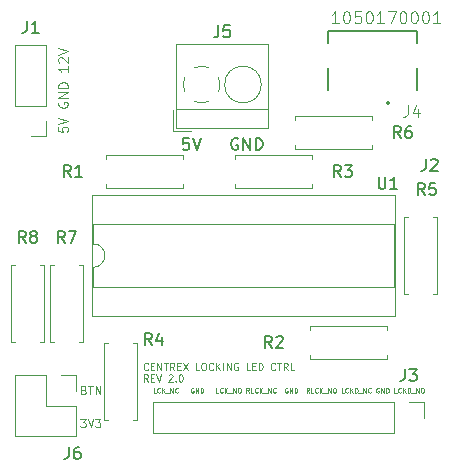
<source format=gbr>
G04 #@! TF.GenerationSoftware,KiCad,Pcbnew,(5.1.4)-1*
G04 #@! TF.CreationDate,2019-12-12T14:50:36-05:00*
G04 #@! TF.ProjectId,led_lock_ctrl,6c65645f-6c6f-4636-9b5f-6374726c2e6b,rev?*
G04 #@! TF.SameCoordinates,Original*
G04 #@! TF.FileFunction,Legend,Top*
G04 #@! TF.FilePolarity,Positive*
%FSLAX46Y46*%
G04 Gerber Fmt 4.6, Leading zero omitted, Abs format (unit mm)*
G04 Created by KiCad (PCBNEW (5.1.4)-1) date 2019-12-12 14:50:36*
%MOMM*%
%LPD*%
G04 APERTURE LIST*
%ADD10C,0.100000*%
%ADD11C,0.150000*%
%ADD12C,0.080000*%
%ADD13C,0.060000*%
%ADD14C,0.120000*%
%ADD15C,0.127000*%
%ADD16C,0.200000*%
%ADD17C,0.050000*%
G04 APERTURE END LIST*
D10*
X169088666Y-116536000D02*
X169188666Y-116569333D01*
X169222000Y-116602666D01*
X169255333Y-116669333D01*
X169255333Y-116769333D01*
X169222000Y-116836000D01*
X169188666Y-116869333D01*
X169122000Y-116902666D01*
X168855333Y-116902666D01*
X168855333Y-116202666D01*
X169088666Y-116202666D01*
X169155333Y-116236000D01*
X169188666Y-116269333D01*
X169222000Y-116336000D01*
X169222000Y-116402666D01*
X169188666Y-116469333D01*
X169155333Y-116502666D01*
X169088666Y-116536000D01*
X168855333Y-116536000D01*
X169455333Y-116202666D02*
X169855333Y-116202666D01*
X169655333Y-116902666D02*
X169655333Y-116202666D01*
X170088666Y-116902666D02*
X170088666Y-116202666D01*
X170488666Y-116902666D01*
X170488666Y-116202666D01*
X168805333Y-118996666D02*
X169238666Y-118996666D01*
X169005333Y-119263333D01*
X169105333Y-119263333D01*
X169172000Y-119296666D01*
X169205333Y-119330000D01*
X169238666Y-119396666D01*
X169238666Y-119563333D01*
X169205333Y-119630000D01*
X169172000Y-119663333D01*
X169105333Y-119696666D01*
X168905333Y-119696666D01*
X168838666Y-119663333D01*
X168805333Y-119630000D01*
X169438666Y-118996666D02*
X169672000Y-119696666D01*
X169905333Y-118996666D01*
X170072000Y-118996666D02*
X170505333Y-118996666D01*
X170272000Y-119263333D01*
X170372000Y-119263333D01*
X170438666Y-119296666D01*
X170472000Y-119330000D01*
X170505333Y-119396666D01*
X170505333Y-119563333D01*
X170472000Y-119630000D01*
X170438666Y-119663333D01*
X170372000Y-119696666D01*
X170172000Y-119696666D01*
X170105333Y-119663333D01*
X170072000Y-119630000D01*
D11*
X177990857Y-95210380D02*
X177514666Y-95210380D01*
X177467047Y-95686571D01*
X177514666Y-95638952D01*
X177609904Y-95591333D01*
X177848000Y-95591333D01*
X177943238Y-95638952D01*
X177990857Y-95686571D01*
X178038476Y-95781809D01*
X178038476Y-96019904D01*
X177990857Y-96115142D01*
X177943238Y-96162761D01*
X177848000Y-96210380D01*
X177609904Y-96210380D01*
X177514666Y-96162761D01*
X177467047Y-96115142D01*
X178324190Y-95210380D02*
X178657523Y-96210380D01*
X178990857Y-95210380D01*
X182133714Y-95258000D02*
X182038476Y-95210380D01*
X181895619Y-95210380D01*
X181752761Y-95258000D01*
X181657523Y-95353238D01*
X181609904Y-95448476D01*
X181562285Y-95638952D01*
X181562285Y-95781809D01*
X181609904Y-95972285D01*
X181657523Y-96067523D01*
X181752761Y-96162761D01*
X181895619Y-96210380D01*
X181990857Y-96210380D01*
X182133714Y-96162761D01*
X182181333Y-96115142D01*
X182181333Y-95781809D01*
X181990857Y-95781809D01*
X182609904Y-96210380D02*
X182609904Y-95210380D01*
X183181333Y-96210380D01*
X183181333Y-95210380D01*
X183657523Y-96210380D02*
X183657523Y-95210380D01*
X183895619Y-95210380D01*
X184038476Y-95258000D01*
X184133714Y-95353238D01*
X184181333Y-95448476D01*
X184228952Y-95638952D01*
X184228952Y-95781809D01*
X184181333Y-95972285D01*
X184133714Y-96067523D01*
X184038476Y-96162761D01*
X183895619Y-96210380D01*
X183657523Y-96210380D01*
D12*
X174527714Y-114786285D02*
X174499142Y-114814857D01*
X174413428Y-114843428D01*
X174356285Y-114843428D01*
X174270571Y-114814857D01*
X174213428Y-114757714D01*
X174184857Y-114700571D01*
X174156285Y-114586285D01*
X174156285Y-114500571D01*
X174184857Y-114386285D01*
X174213428Y-114329142D01*
X174270571Y-114272000D01*
X174356285Y-114243428D01*
X174413428Y-114243428D01*
X174499142Y-114272000D01*
X174527714Y-114300571D01*
X174784857Y-114529142D02*
X174984857Y-114529142D01*
X175070571Y-114843428D02*
X174784857Y-114843428D01*
X174784857Y-114243428D01*
X175070571Y-114243428D01*
X175327714Y-114843428D02*
X175327714Y-114243428D01*
X175670571Y-114843428D01*
X175670571Y-114243428D01*
X175870571Y-114243428D02*
X176213428Y-114243428D01*
X176042000Y-114843428D02*
X176042000Y-114243428D01*
X176756285Y-114843428D02*
X176556285Y-114557714D01*
X176413428Y-114843428D02*
X176413428Y-114243428D01*
X176642000Y-114243428D01*
X176699142Y-114272000D01*
X176727714Y-114300571D01*
X176756285Y-114357714D01*
X176756285Y-114443428D01*
X176727714Y-114500571D01*
X176699142Y-114529142D01*
X176642000Y-114557714D01*
X176413428Y-114557714D01*
X177013428Y-114529142D02*
X177213428Y-114529142D01*
X177299142Y-114843428D02*
X177013428Y-114843428D01*
X177013428Y-114243428D01*
X177299142Y-114243428D01*
X177499142Y-114243428D02*
X177899142Y-114843428D01*
X177899142Y-114243428D02*
X177499142Y-114843428D01*
X178870571Y-114843428D02*
X178584857Y-114843428D01*
X178584857Y-114243428D01*
X179184857Y-114243428D02*
X179299142Y-114243428D01*
X179356285Y-114272000D01*
X179413428Y-114329142D01*
X179442000Y-114443428D01*
X179442000Y-114643428D01*
X179413428Y-114757714D01*
X179356285Y-114814857D01*
X179299142Y-114843428D01*
X179184857Y-114843428D01*
X179127714Y-114814857D01*
X179070571Y-114757714D01*
X179042000Y-114643428D01*
X179042000Y-114443428D01*
X179070571Y-114329142D01*
X179127714Y-114272000D01*
X179184857Y-114243428D01*
X180042000Y-114786285D02*
X180013428Y-114814857D01*
X179927714Y-114843428D01*
X179870571Y-114843428D01*
X179784857Y-114814857D01*
X179727714Y-114757714D01*
X179699142Y-114700571D01*
X179670571Y-114586285D01*
X179670571Y-114500571D01*
X179699142Y-114386285D01*
X179727714Y-114329142D01*
X179784857Y-114272000D01*
X179870571Y-114243428D01*
X179927714Y-114243428D01*
X180013428Y-114272000D01*
X180042000Y-114300571D01*
X180299142Y-114843428D02*
X180299142Y-114243428D01*
X180642000Y-114843428D02*
X180384857Y-114500571D01*
X180642000Y-114243428D02*
X180299142Y-114586285D01*
X180899142Y-114843428D02*
X180899142Y-114243428D01*
X181184857Y-114843428D02*
X181184857Y-114243428D01*
X181527714Y-114843428D01*
X181527714Y-114243428D01*
X182127714Y-114272000D02*
X182070571Y-114243428D01*
X181984857Y-114243428D01*
X181899142Y-114272000D01*
X181842000Y-114329142D01*
X181813428Y-114386285D01*
X181784857Y-114500571D01*
X181784857Y-114586285D01*
X181813428Y-114700571D01*
X181842000Y-114757714D01*
X181899142Y-114814857D01*
X181984857Y-114843428D01*
X182042000Y-114843428D01*
X182127714Y-114814857D01*
X182156285Y-114786285D01*
X182156285Y-114586285D01*
X182042000Y-114586285D01*
X183156285Y-114843428D02*
X182870571Y-114843428D01*
X182870571Y-114243428D01*
X183356285Y-114529142D02*
X183556285Y-114529142D01*
X183642000Y-114843428D02*
X183356285Y-114843428D01*
X183356285Y-114243428D01*
X183642000Y-114243428D01*
X183899142Y-114843428D02*
X183899142Y-114243428D01*
X184042000Y-114243428D01*
X184127714Y-114272000D01*
X184184857Y-114329142D01*
X184213428Y-114386285D01*
X184242000Y-114500571D01*
X184242000Y-114586285D01*
X184213428Y-114700571D01*
X184184857Y-114757714D01*
X184127714Y-114814857D01*
X184042000Y-114843428D01*
X183899142Y-114843428D01*
X185299142Y-114786285D02*
X185270571Y-114814857D01*
X185184857Y-114843428D01*
X185127714Y-114843428D01*
X185042000Y-114814857D01*
X184984857Y-114757714D01*
X184956285Y-114700571D01*
X184927714Y-114586285D01*
X184927714Y-114500571D01*
X184956285Y-114386285D01*
X184984857Y-114329142D01*
X185042000Y-114272000D01*
X185127714Y-114243428D01*
X185184857Y-114243428D01*
X185270571Y-114272000D01*
X185299142Y-114300571D01*
X185470571Y-114243428D02*
X185813428Y-114243428D01*
X185642000Y-114843428D02*
X185642000Y-114243428D01*
X186356285Y-114843428D02*
X186156285Y-114557714D01*
X186013428Y-114843428D02*
X186013428Y-114243428D01*
X186242000Y-114243428D01*
X186299142Y-114272000D01*
X186327714Y-114300571D01*
X186356285Y-114357714D01*
X186356285Y-114443428D01*
X186327714Y-114500571D01*
X186299142Y-114529142D01*
X186242000Y-114557714D01*
X186013428Y-114557714D01*
X186899142Y-114843428D02*
X186613428Y-114843428D01*
X186613428Y-114243428D01*
X174527714Y-115823428D02*
X174327714Y-115537714D01*
X174184857Y-115823428D02*
X174184857Y-115223428D01*
X174413428Y-115223428D01*
X174470571Y-115252000D01*
X174499142Y-115280571D01*
X174527714Y-115337714D01*
X174527714Y-115423428D01*
X174499142Y-115480571D01*
X174470571Y-115509142D01*
X174413428Y-115537714D01*
X174184857Y-115537714D01*
X174784857Y-115509142D02*
X174984857Y-115509142D01*
X175070571Y-115823428D02*
X174784857Y-115823428D01*
X174784857Y-115223428D01*
X175070571Y-115223428D01*
X175242000Y-115223428D02*
X175442000Y-115823428D01*
X175642000Y-115223428D01*
X176270571Y-115280571D02*
X176299142Y-115252000D01*
X176356285Y-115223428D01*
X176499142Y-115223428D01*
X176556285Y-115252000D01*
X176584857Y-115280571D01*
X176613428Y-115337714D01*
X176613428Y-115394857D01*
X176584857Y-115480571D01*
X176242000Y-115823428D01*
X176613428Y-115823428D01*
X176870571Y-115766285D02*
X176899142Y-115794857D01*
X176870571Y-115823428D01*
X176842000Y-115794857D01*
X176870571Y-115766285D01*
X176870571Y-115823428D01*
X177270571Y-115223428D02*
X177327714Y-115223428D01*
X177384857Y-115252000D01*
X177413428Y-115280571D01*
X177442000Y-115337714D01*
X177470571Y-115452000D01*
X177470571Y-115594857D01*
X177442000Y-115709142D01*
X177413428Y-115766285D01*
X177384857Y-115794857D01*
X177327714Y-115823428D01*
X177270571Y-115823428D01*
X177213428Y-115794857D01*
X177184857Y-115766285D01*
X177156285Y-115709142D01*
X177127714Y-115594857D01*
X177127714Y-115452000D01*
X177156285Y-115337714D01*
X177184857Y-115280571D01*
X177213428Y-115252000D01*
X177270571Y-115223428D01*
D13*
X175188380Y-116766952D02*
X174997904Y-116766952D01*
X174997904Y-116366952D01*
X175550285Y-116728857D02*
X175531238Y-116747904D01*
X175474095Y-116766952D01*
X175436000Y-116766952D01*
X175378857Y-116747904D01*
X175340761Y-116709809D01*
X175321714Y-116671714D01*
X175302666Y-116595523D01*
X175302666Y-116538380D01*
X175321714Y-116462190D01*
X175340761Y-116424095D01*
X175378857Y-116386000D01*
X175436000Y-116366952D01*
X175474095Y-116366952D01*
X175531238Y-116386000D01*
X175550285Y-116405047D01*
X175721714Y-116766952D02*
X175721714Y-116366952D01*
X175950285Y-116766952D02*
X175778857Y-116538380D01*
X175950285Y-116366952D02*
X175721714Y-116595523D01*
X176026476Y-116805047D02*
X176331238Y-116805047D01*
X176426476Y-116766952D02*
X176426476Y-116366952D01*
X176655047Y-116766952D01*
X176655047Y-116366952D01*
X177074095Y-116728857D02*
X177055047Y-116747904D01*
X176997904Y-116766952D01*
X176959809Y-116766952D01*
X176902666Y-116747904D01*
X176864571Y-116709809D01*
X176845523Y-116671714D01*
X176826476Y-116595523D01*
X176826476Y-116538380D01*
X176845523Y-116462190D01*
X176864571Y-116424095D01*
X176902666Y-116386000D01*
X176959809Y-116366952D01*
X176997904Y-116366952D01*
X177055047Y-116386000D01*
X177074095Y-116405047D01*
X178369333Y-116386000D02*
X178331238Y-116366952D01*
X178274095Y-116366952D01*
X178216952Y-116386000D01*
X178178857Y-116424095D01*
X178159809Y-116462190D01*
X178140761Y-116538380D01*
X178140761Y-116595523D01*
X178159809Y-116671714D01*
X178178857Y-116709809D01*
X178216952Y-116747904D01*
X178274095Y-116766952D01*
X178312190Y-116766952D01*
X178369333Y-116747904D01*
X178388380Y-116728857D01*
X178388380Y-116595523D01*
X178312190Y-116595523D01*
X178559809Y-116766952D02*
X178559809Y-116366952D01*
X178788380Y-116766952D01*
X178788380Y-116366952D01*
X178978857Y-116766952D02*
X178978857Y-116366952D01*
X179074095Y-116366952D01*
X179131238Y-116386000D01*
X179169333Y-116424095D01*
X179188380Y-116462190D01*
X179207428Y-116538380D01*
X179207428Y-116595523D01*
X179188380Y-116671714D01*
X179169333Y-116709809D01*
X179131238Y-116747904D01*
X179074095Y-116766952D01*
X178978857Y-116766952D01*
X180483619Y-116766952D02*
X180293142Y-116766952D01*
X180293142Y-116366952D01*
X180845523Y-116728857D02*
X180826476Y-116747904D01*
X180769333Y-116766952D01*
X180731238Y-116766952D01*
X180674095Y-116747904D01*
X180636000Y-116709809D01*
X180616952Y-116671714D01*
X180597904Y-116595523D01*
X180597904Y-116538380D01*
X180616952Y-116462190D01*
X180636000Y-116424095D01*
X180674095Y-116386000D01*
X180731238Y-116366952D01*
X180769333Y-116366952D01*
X180826476Y-116386000D01*
X180845523Y-116405047D01*
X181016952Y-116766952D02*
X181016952Y-116366952D01*
X181245523Y-116766952D02*
X181074095Y-116538380D01*
X181245523Y-116366952D02*
X181016952Y-116595523D01*
X181321714Y-116805047D02*
X181626476Y-116805047D01*
X181721714Y-116766952D02*
X181721714Y-116366952D01*
X181950285Y-116766952D01*
X181950285Y-116366952D01*
X182216952Y-116366952D02*
X182293142Y-116366952D01*
X182331238Y-116386000D01*
X182369333Y-116424095D01*
X182388380Y-116500285D01*
X182388380Y-116633619D01*
X182369333Y-116709809D01*
X182331238Y-116747904D01*
X182293142Y-116766952D01*
X182216952Y-116766952D01*
X182178857Y-116747904D01*
X182140761Y-116709809D01*
X182121714Y-116633619D01*
X182121714Y-116500285D01*
X182140761Y-116424095D01*
X182178857Y-116386000D01*
X182216952Y-116366952D01*
X183093142Y-116766952D02*
X182959809Y-116576476D01*
X182864571Y-116766952D02*
X182864571Y-116366952D01*
X183016952Y-116366952D01*
X183055047Y-116386000D01*
X183074095Y-116405047D01*
X183093142Y-116443142D01*
X183093142Y-116500285D01*
X183074095Y-116538380D01*
X183055047Y-116557428D01*
X183016952Y-116576476D01*
X182864571Y-116576476D01*
X183455047Y-116766952D02*
X183264571Y-116766952D01*
X183264571Y-116366952D01*
X183816952Y-116728857D02*
X183797904Y-116747904D01*
X183740761Y-116766952D01*
X183702666Y-116766952D01*
X183645523Y-116747904D01*
X183607428Y-116709809D01*
X183588380Y-116671714D01*
X183569333Y-116595523D01*
X183569333Y-116538380D01*
X183588380Y-116462190D01*
X183607428Y-116424095D01*
X183645523Y-116386000D01*
X183702666Y-116366952D01*
X183740761Y-116366952D01*
X183797904Y-116386000D01*
X183816952Y-116405047D01*
X183988380Y-116766952D02*
X183988380Y-116366952D01*
X184216952Y-116766952D02*
X184045523Y-116538380D01*
X184216952Y-116366952D02*
X183988380Y-116595523D01*
X184293142Y-116805047D02*
X184597904Y-116805047D01*
X184693142Y-116766952D02*
X184693142Y-116366952D01*
X184921714Y-116766952D01*
X184921714Y-116366952D01*
X185340761Y-116728857D02*
X185321714Y-116747904D01*
X185264571Y-116766952D01*
X185226476Y-116766952D01*
X185169333Y-116747904D01*
X185131238Y-116709809D01*
X185112190Y-116671714D01*
X185093142Y-116595523D01*
X185093142Y-116538380D01*
X185112190Y-116462190D01*
X185131238Y-116424095D01*
X185169333Y-116386000D01*
X185226476Y-116366952D01*
X185264571Y-116366952D01*
X185321714Y-116386000D01*
X185340761Y-116405047D01*
X186331238Y-116386000D02*
X186293142Y-116366952D01*
X186236000Y-116366952D01*
X186178857Y-116386000D01*
X186140761Y-116424095D01*
X186121714Y-116462190D01*
X186102666Y-116538380D01*
X186102666Y-116595523D01*
X186121714Y-116671714D01*
X186140761Y-116709809D01*
X186178857Y-116747904D01*
X186236000Y-116766952D01*
X186274095Y-116766952D01*
X186331238Y-116747904D01*
X186350285Y-116728857D01*
X186350285Y-116595523D01*
X186274095Y-116595523D01*
X186521714Y-116766952D02*
X186521714Y-116366952D01*
X186750285Y-116766952D01*
X186750285Y-116366952D01*
X186940761Y-116766952D02*
X186940761Y-116366952D01*
X187036000Y-116366952D01*
X187093142Y-116386000D01*
X187131238Y-116424095D01*
X187150285Y-116462190D01*
X187169333Y-116538380D01*
X187169333Y-116595523D01*
X187150285Y-116671714D01*
X187131238Y-116709809D01*
X187093142Y-116747904D01*
X187036000Y-116766952D01*
X186940761Y-116766952D01*
X188178857Y-116766952D02*
X188045523Y-116576476D01*
X187950285Y-116766952D02*
X187950285Y-116366952D01*
X188102666Y-116366952D01*
X188140761Y-116386000D01*
X188159809Y-116405047D01*
X188178857Y-116443142D01*
X188178857Y-116500285D01*
X188159809Y-116538380D01*
X188140761Y-116557428D01*
X188102666Y-116576476D01*
X187950285Y-116576476D01*
X188540761Y-116766952D02*
X188350285Y-116766952D01*
X188350285Y-116366952D01*
X188902666Y-116728857D02*
X188883619Y-116747904D01*
X188826476Y-116766952D01*
X188788380Y-116766952D01*
X188731238Y-116747904D01*
X188693142Y-116709809D01*
X188674095Y-116671714D01*
X188655047Y-116595523D01*
X188655047Y-116538380D01*
X188674095Y-116462190D01*
X188693142Y-116424095D01*
X188731238Y-116386000D01*
X188788380Y-116366952D01*
X188826476Y-116366952D01*
X188883619Y-116386000D01*
X188902666Y-116405047D01*
X189074095Y-116766952D02*
X189074095Y-116366952D01*
X189302666Y-116766952D02*
X189131238Y-116538380D01*
X189302666Y-116366952D02*
X189074095Y-116595523D01*
X189378857Y-116805047D02*
X189683619Y-116805047D01*
X189778857Y-116766952D02*
X189778857Y-116366952D01*
X190007428Y-116766952D01*
X190007428Y-116366952D01*
X190274095Y-116366952D02*
X190350285Y-116366952D01*
X190388380Y-116386000D01*
X190426476Y-116424095D01*
X190445523Y-116500285D01*
X190445523Y-116633619D01*
X190426476Y-116709809D01*
X190388380Y-116747904D01*
X190350285Y-116766952D01*
X190274095Y-116766952D01*
X190236000Y-116747904D01*
X190197904Y-116709809D01*
X190178857Y-116633619D01*
X190178857Y-116500285D01*
X190197904Y-116424095D01*
X190236000Y-116386000D01*
X190274095Y-116366952D01*
X191112190Y-116766952D02*
X190921714Y-116766952D01*
X190921714Y-116366952D01*
X191474095Y-116728857D02*
X191455047Y-116747904D01*
X191397904Y-116766952D01*
X191359809Y-116766952D01*
X191302666Y-116747904D01*
X191264571Y-116709809D01*
X191245523Y-116671714D01*
X191226476Y-116595523D01*
X191226476Y-116538380D01*
X191245523Y-116462190D01*
X191264571Y-116424095D01*
X191302666Y-116386000D01*
X191359809Y-116366952D01*
X191397904Y-116366952D01*
X191455047Y-116386000D01*
X191474095Y-116405047D01*
X191645523Y-116766952D02*
X191645523Y-116366952D01*
X191874095Y-116766952D02*
X191702666Y-116538380D01*
X191874095Y-116366952D02*
X191645523Y-116595523D01*
X192045523Y-116766952D02*
X192045523Y-116366952D01*
X192140761Y-116366952D01*
X192197904Y-116386000D01*
X192236000Y-116424095D01*
X192255047Y-116462190D01*
X192274095Y-116538380D01*
X192274095Y-116595523D01*
X192255047Y-116671714D01*
X192236000Y-116709809D01*
X192197904Y-116747904D01*
X192140761Y-116766952D01*
X192045523Y-116766952D01*
X192350285Y-116805047D02*
X192655047Y-116805047D01*
X192750285Y-116766952D02*
X192750285Y-116366952D01*
X192978857Y-116766952D01*
X192978857Y-116366952D01*
X193397904Y-116728857D02*
X193378857Y-116747904D01*
X193321714Y-116766952D01*
X193283619Y-116766952D01*
X193226476Y-116747904D01*
X193188380Y-116709809D01*
X193169333Y-116671714D01*
X193150285Y-116595523D01*
X193150285Y-116538380D01*
X193169333Y-116462190D01*
X193188380Y-116424095D01*
X193226476Y-116386000D01*
X193283619Y-116366952D01*
X193321714Y-116366952D01*
X193378857Y-116386000D01*
X193397904Y-116405047D01*
X194083619Y-116386000D02*
X194045523Y-116366952D01*
X193988380Y-116366952D01*
X193931238Y-116386000D01*
X193893142Y-116424095D01*
X193874095Y-116462190D01*
X193855047Y-116538380D01*
X193855047Y-116595523D01*
X193874095Y-116671714D01*
X193893142Y-116709809D01*
X193931238Y-116747904D01*
X193988380Y-116766952D01*
X194026476Y-116766952D01*
X194083619Y-116747904D01*
X194102666Y-116728857D01*
X194102666Y-116595523D01*
X194026476Y-116595523D01*
X194274095Y-116766952D02*
X194274095Y-116366952D01*
X194502666Y-116766952D01*
X194502666Y-116366952D01*
X194693142Y-116766952D02*
X194693142Y-116366952D01*
X194788380Y-116366952D01*
X194845523Y-116386000D01*
X194883619Y-116424095D01*
X194902666Y-116462190D01*
X194921714Y-116538380D01*
X194921714Y-116595523D01*
X194902666Y-116671714D01*
X194883619Y-116709809D01*
X194845523Y-116747904D01*
X194788380Y-116766952D01*
X194693142Y-116766952D01*
X195588380Y-116766952D02*
X195397904Y-116766952D01*
X195397904Y-116366952D01*
X195950285Y-116728857D02*
X195931238Y-116747904D01*
X195874095Y-116766952D01*
X195836000Y-116766952D01*
X195778857Y-116747904D01*
X195740761Y-116709809D01*
X195721714Y-116671714D01*
X195702666Y-116595523D01*
X195702666Y-116538380D01*
X195721714Y-116462190D01*
X195740761Y-116424095D01*
X195778857Y-116386000D01*
X195836000Y-116366952D01*
X195874095Y-116366952D01*
X195931238Y-116386000D01*
X195950285Y-116405047D01*
X196121714Y-116766952D02*
X196121714Y-116366952D01*
X196350285Y-116766952D02*
X196178857Y-116538380D01*
X196350285Y-116366952D02*
X196121714Y-116595523D01*
X196521714Y-116766952D02*
X196521714Y-116366952D01*
X196616952Y-116366952D01*
X196674095Y-116386000D01*
X196712190Y-116424095D01*
X196731238Y-116462190D01*
X196750285Y-116538380D01*
X196750285Y-116595523D01*
X196731238Y-116671714D01*
X196712190Y-116709809D01*
X196674095Y-116747904D01*
X196616952Y-116766952D01*
X196521714Y-116766952D01*
X196826476Y-116805047D02*
X197131238Y-116805047D01*
X197226476Y-116766952D02*
X197226476Y-116366952D01*
X197455047Y-116766952D01*
X197455047Y-116366952D01*
X197721714Y-116366952D02*
X197797904Y-116366952D01*
X197836000Y-116386000D01*
X197874095Y-116424095D01*
X197893142Y-116500285D01*
X197893142Y-116633619D01*
X197874095Y-116709809D01*
X197836000Y-116747904D01*
X197797904Y-116766952D01*
X197721714Y-116766952D01*
X197683619Y-116747904D01*
X197645523Y-116709809D01*
X197626476Y-116633619D01*
X197626476Y-116500285D01*
X197645523Y-116424095D01*
X197683619Y-116386000D01*
X197721714Y-116366952D01*
D14*
X166947904Y-94271714D02*
X166947904Y-94652666D01*
X167328857Y-94690761D01*
X167290761Y-94652666D01*
X167252666Y-94576476D01*
X167252666Y-94386000D01*
X167290761Y-94309809D01*
X167328857Y-94271714D01*
X167405047Y-94233619D01*
X167595523Y-94233619D01*
X167671714Y-94271714D01*
X167709809Y-94309809D01*
X167747904Y-94386000D01*
X167747904Y-94576476D01*
X167709809Y-94652666D01*
X167671714Y-94690761D01*
X166947904Y-94005047D02*
X167747904Y-93738380D01*
X166947904Y-93471714D01*
X166986000Y-92176476D02*
X166947904Y-92252666D01*
X166947904Y-92366952D01*
X166986000Y-92481238D01*
X167062190Y-92557428D01*
X167138380Y-92595523D01*
X167290761Y-92633619D01*
X167405047Y-92633619D01*
X167557428Y-92595523D01*
X167633619Y-92557428D01*
X167709809Y-92481238D01*
X167747904Y-92366952D01*
X167747904Y-92290761D01*
X167709809Y-92176476D01*
X167671714Y-92138380D01*
X167405047Y-92138380D01*
X167405047Y-92290761D01*
X167747904Y-91795523D02*
X166947904Y-91795523D01*
X167747904Y-91338380D01*
X166947904Y-91338380D01*
X167747904Y-90957428D02*
X166947904Y-90957428D01*
X166947904Y-90766952D01*
X166986000Y-90652666D01*
X167062190Y-90576476D01*
X167138380Y-90538380D01*
X167290761Y-90500285D01*
X167405047Y-90500285D01*
X167557428Y-90538380D01*
X167633619Y-90576476D01*
X167709809Y-90652666D01*
X167747904Y-90766952D01*
X167747904Y-90957428D01*
X167747904Y-89128857D02*
X167747904Y-89586000D01*
X167747904Y-89357428D02*
X166947904Y-89357428D01*
X167062190Y-89433619D01*
X167138380Y-89509809D01*
X167176476Y-89586000D01*
X167024095Y-88824095D02*
X166986000Y-88786000D01*
X166947904Y-88709809D01*
X166947904Y-88519333D01*
X166986000Y-88443142D01*
X167024095Y-88405047D01*
X167100285Y-88366952D01*
X167176476Y-88366952D01*
X167290761Y-88405047D01*
X167747904Y-88862190D01*
X167747904Y-88366952D01*
X166947904Y-88138380D02*
X167747904Y-87871714D01*
X166947904Y-87605047D01*
X196242000Y-108426000D02*
X196572000Y-108426000D01*
X196242000Y-101886000D02*
X196242000Y-108426000D01*
X196572000Y-101886000D02*
X196242000Y-101886000D01*
X198982000Y-108426000D02*
X198652000Y-108426000D01*
X198982000Y-101886000D02*
X198982000Y-108426000D01*
X198652000Y-101886000D02*
X198982000Y-101886000D01*
X162968000Y-112490000D02*
X163298000Y-112490000D01*
X162968000Y-105950000D02*
X162968000Y-112490000D01*
X163298000Y-105950000D02*
X162968000Y-105950000D01*
X165708000Y-112490000D02*
X165378000Y-112490000D01*
X165708000Y-105950000D02*
X165708000Y-112490000D01*
X165378000Y-105950000D02*
X165708000Y-105950000D01*
X166270000Y-112490000D02*
X166600000Y-112490000D01*
X166270000Y-105950000D02*
X166270000Y-112490000D01*
X166600000Y-105950000D02*
X166270000Y-105950000D01*
X169010000Y-112490000D02*
X168680000Y-112490000D01*
X169010000Y-105950000D02*
X169010000Y-112490000D01*
X168680000Y-105950000D02*
X169010000Y-105950000D01*
X169806000Y-100016000D02*
X169806000Y-110296000D01*
X195446000Y-100016000D02*
X169806000Y-100016000D01*
X195446000Y-110296000D02*
X195446000Y-100016000D01*
X169806000Y-110296000D02*
X195446000Y-110296000D01*
X169866000Y-102506000D02*
X169866000Y-104156000D01*
X195386000Y-102506000D02*
X169866000Y-102506000D01*
X195386000Y-107806000D02*
X195386000Y-102506000D01*
X169866000Y-107806000D02*
X195386000Y-107806000D01*
X169866000Y-106156000D02*
X169866000Y-107806000D01*
X169866000Y-104156000D02*
G75*
G02X169866000Y-106156000I0J-1000000D01*
G01*
X168462000Y-115256000D02*
X168462000Y-116586000D01*
X167132000Y-115256000D02*
X168462000Y-115256000D01*
X168462000Y-117856000D02*
X168462000Y-120456000D01*
X165862000Y-117856000D02*
X168462000Y-117856000D01*
X165862000Y-115256000D02*
X165862000Y-117856000D01*
X168462000Y-120456000D02*
X163262000Y-120456000D01*
X165862000Y-115256000D02*
X163262000Y-115256000D01*
X163262000Y-115256000D02*
X163262000Y-120456000D01*
X176670000Y-94578000D02*
X178170000Y-94578000D01*
X176670000Y-92838000D02*
X176670000Y-94578000D01*
X184730000Y-87218000D02*
X184730000Y-94338000D01*
X176910000Y-87218000D02*
X176910000Y-94338000D01*
X176910000Y-94338000D02*
X184730000Y-94338000D01*
X176910000Y-87218000D02*
X184730000Y-87218000D01*
X176910000Y-92778000D02*
X184730000Y-92778000D01*
X184125000Y-90678000D02*
G75*
G03X184125000Y-90678000I-1555000J0D01*
G01*
X179097011Y-92233492D02*
G75*
G02X178462000Y-92110000I-27011J1555492D01*
G01*
X177637891Y-91285742D02*
G75*
G02X177638000Y-90070000I1432109J607742D01*
G01*
X178462258Y-89245891D02*
G75*
G02X179678000Y-89246000I607742J-1432109D01*
G01*
X180502109Y-90070258D02*
G75*
G02X180502000Y-91286000I-1432109J-607742D01*
G01*
X179677587Y-92109385D02*
G75*
G02X179070000Y-92233000I-607587J1431385D01*
G01*
D15*
X197298000Y-86146000D02*
X197298000Y-87196000D01*
X189798000Y-86146000D02*
X197298000Y-86146000D01*
X189798000Y-87196000D02*
X189798000Y-86146000D01*
D16*
X194948000Y-92246000D02*
G75*
G03X194948000Y-92246000I-100000J0D01*
G01*
D15*
X189798000Y-91146000D02*
X189798000Y-89296000D01*
X197298000Y-89296000D02*
X197298000Y-91146000D01*
D14*
X165922000Y-95056000D02*
X164592000Y-95056000D01*
X165922000Y-93726000D02*
X165922000Y-95056000D01*
X165922000Y-92456000D02*
X163262000Y-92456000D01*
X163262000Y-92456000D02*
X163262000Y-87316000D01*
X165922000Y-92456000D02*
X165922000Y-87316000D01*
X165922000Y-87316000D02*
X163262000Y-87316000D01*
X193516000Y-96112000D02*
X193516000Y-95782000D01*
X186976000Y-96112000D02*
X193516000Y-96112000D01*
X186976000Y-95782000D02*
X186976000Y-96112000D01*
X193516000Y-93372000D02*
X193516000Y-93702000D01*
X186976000Y-93372000D02*
X193516000Y-93372000D01*
X186976000Y-93702000D02*
X186976000Y-93372000D01*
X173582000Y-112554000D02*
X173252000Y-112554000D01*
X173582000Y-119094000D02*
X173582000Y-112554000D01*
X173252000Y-119094000D02*
X173582000Y-119094000D01*
X170842000Y-112554000D02*
X171172000Y-112554000D01*
X170842000Y-119094000D02*
X170842000Y-112554000D01*
X171172000Y-119094000D02*
X170842000Y-119094000D01*
X181896000Y-96674000D02*
X181896000Y-97004000D01*
X188436000Y-96674000D02*
X181896000Y-96674000D01*
X188436000Y-97004000D02*
X188436000Y-96674000D01*
X181896000Y-99414000D02*
X181896000Y-99084000D01*
X188436000Y-99414000D02*
X181896000Y-99414000D01*
X188436000Y-99084000D02*
X188436000Y-99414000D01*
X194786000Y-113892000D02*
X194786000Y-113562000D01*
X188246000Y-113892000D02*
X194786000Y-113892000D01*
X188246000Y-113562000D02*
X188246000Y-113892000D01*
X194786000Y-111152000D02*
X194786000Y-111482000D01*
X188246000Y-111152000D02*
X194786000Y-111152000D01*
X188246000Y-111482000D02*
X188246000Y-111152000D01*
X170974000Y-96674000D02*
X170974000Y-97004000D01*
X177514000Y-96674000D02*
X170974000Y-96674000D01*
X177514000Y-97004000D02*
X177514000Y-96674000D01*
X170974000Y-99414000D02*
X170974000Y-99084000D01*
X177514000Y-99414000D02*
X170974000Y-99414000D01*
X177514000Y-99084000D02*
X177514000Y-99414000D01*
X174946000Y-117542000D02*
X174946000Y-120202000D01*
X195326000Y-117542000D02*
X174946000Y-117542000D01*
X195326000Y-120202000D02*
X174946000Y-120202000D01*
X195326000Y-117542000D02*
X195326000Y-120202000D01*
X196596000Y-117542000D02*
X197926000Y-117542000D01*
X197926000Y-117542000D02*
X197926000Y-118872000D01*
D11*
X197953333Y-100020380D02*
X197620000Y-99544190D01*
X197381904Y-100020380D02*
X197381904Y-99020380D01*
X197762857Y-99020380D01*
X197858095Y-99068000D01*
X197905714Y-99115619D01*
X197953333Y-99210857D01*
X197953333Y-99353714D01*
X197905714Y-99448952D01*
X197858095Y-99496571D01*
X197762857Y-99544190D01*
X197381904Y-99544190D01*
X198858095Y-99020380D02*
X198381904Y-99020380D01*
X198334285Y-99496571D01*
X198381904Y-99448952D01*
X198477142Y-99401333D01*
X198715238Y-99401333D01*
X198810476Y-99448952D01*
X198858095Y-99496571D01*
X198905714Y-99591809D01*
X198905714Y-99829904D01*
X198858095Y-99925142D01*
X198810476Y-99972761D01*
X198715238Y-100020380D01*
X198477142Y-100020380D01*
X198381904Y-99972761D01*
X198334285Y-99925142D01*
X164171333Y-104084380D02*
X163838000Y-103608190D01*
X163599904Y-104084380D02*
X163599904Y-103084380D01*
X163980857Y-103084380D01*
X164076095Y-103132000D01*
X164123714Y-103179619D01*
X164171333Y-103274857D01*
X164171333Y-103417714D01*
X164123714Y-103512952D01*
X164076095Y-103560571D01*
X163980857Y-103608190D01*
X163599904Y-103608190D01*
X164742761Y-103512952D02*
X164647523Y-103465333D01*
X164599904Y-103417714D01*
X164552285Y-103322476D01*
X164552285Y-103274857D01*
X164599904Y-103179619D01*
X164647523Y-103132000D01*
X164742761Y-103084380D01*
X164933238Y-103084380D01*
X165028476Y-103132000D01*
X165076095Y-103179619D01*
X165123714Y-103274857D01*
X165123714Y-103322476D01*
X165076095Y-103417714D01*
X165028476Y-103465333D01*
X164933238Y-103512952D01*
X164742761Y-103512952D01*
X164647523Y-103560571D01*
X164599904Y-103608190D01*
X164552285Y-103703428D01*
X164552285Y-103893904D01*
X164599904Y-103989142D01*
X164647523Y-104036761D01*
X164742761Y-104084380D01*
X164933238Y-104084380D01*
X165028476Y-104036761D01*
X165076095Y-103989142D01*
X165123714Y-103893904D01*
X165123714Y-103703428D01*
X165076095Y-103608190D01*
X165028476Y-103560571D01*
X164933238Y-103512952D01*
X167473333Y-104084380D02*
X167140000Y-103608190D01*
X166901904Y-104084380D02*
X166901904Y-103084380D01*
X167282857Y-103084380D01*
X167378095Y-103132000D01*
X167425714Y-103179619D01*
X167473333Y-103274857D01*
X167473333Y-103417714D01*
X167425714Y-103512952D01*
X167378095Y-103560571D01*
X167282857Y-103608190D01*
X166901904Y-103608190D01*
X167806666Y-103084380D02*
X168473333Y-103084380D01*
X168044761Y-104084380D01*
X194056095Y-98512380D02*
X194056095Y-99321904D01*
X194103714Y-99417142D01*
X194151333Y-99464761D01*
X194246571Y-99512380D01*
X194437047Y-99512380D01*
X194532285Y-99464761D01*
X194579904Y-99417142D01*
X194627523Y-99321904D01*
X194627523Y-98512380D01*
X195627523Y-99512380D02*
X195056095Y-99512380D01*
X195341809Y-99512380D02*
X195341809Y-98512380D01*
X195246571Y-98655238D01*
X195151333Y-98750476D01*
X195056095Y-98798095D01*
X167814666Y-121372380D02*
X167814666Y-122086666D01*
X167767047Y-122229523D01*
X167671809Y-122324761D01*
X167528952Y-122372380D01*
X167433714Y-122372380D01*
X168719428Y-121372380D02*
X168528952Y-121372380D01*
X168433714Y-121420000D01*
X168386095Y-121467619D01*
X168290857Y-121610476D01*
X168243238Y-121800952D01*
X168243238Y-122181904D01*
X168290857Y-122277142D01*
X168338476Y-122324761D01*
X168433714Y-122372380D01*
X168624190Y-122372380D01*
X168719428Y-122324761D01*
X168767047Y-122277142D01*
X168814666Y-122181904D01*
X168814666Y-121943809D01*
X168767047Y-121848571D01*
X168719428Y-121800952D01*
X168624190Y-121753333D01*
X168433714Y-121753333D01*
X168338476Y-121800952D01*
X168290857Y-121848571D01*
X168243238Y-121943809D01*
X180486666Y-85670380D02*
X180486666Y-86384666D01*
X180439047Y-86527523D01*
X180343809Y-86622761D01*
X180200952Y-86670380D01*
X180105714Y-86670380D01*
X181439047Y-85670380D02*
X180962857Y-85670380D01*
X180915238Y-86146571D01*
X180962857Y-86098952D01*
X181058095Y-86051333D01*
X181296190Y-86051333D01*
X181391428Y-86098952D01*
X181439047Y-86146571D01*
X181486666Y-86241809D01*
X181486666Y-86479904D01*
X181439047Y-86575142D01*
X181391428Y-86622761D01*
X181296190Y-86670380D01*
X181058095Y-86670380D01*
X180962857Y-86622761D01*
X180915238Y-86575142D01*
D17*
X196516646Y-92416348D02*
X196516646Y-93130676D01*
X196469024Y-93273542D01*
X196373780Y-93368786D01*
X196230915Y-93416408D01*
X196135671Y-93416408D01*
X197421462Y-92749701D02*
X197421462Y-93416408D01*
X197183353Y-92368726D02*
X196945243Y-93083054D01*
X197564328Y-93083054D01*
X190681180Y-85481395D02*
X190109391Y-85481395D01*
X190395285Y-85481395D02*
X190395285Y-84480765D01*
X190299987Y-84623713D01*
X190204689Y-84719011D01*
X190109391Y-84766660D01*
X191300617Y-84480765D02*
X191395915Y-84480765D01*
X191491213Y-84528415D01*
X191538862Y-84576064D01*
X191586511Y-84671362D01*
X191634160Y-84861958D01*
X191634160Y-85100203D01*
X191586511Y-85290799D01*
X191538862Y-85386097D01*
X191491213Y-85433746D01*
X191395915Y-85481395D01*
X191300617Y-85481395D01*
X191205319Y-85433746D01*
X191157670Y-85386097D01*
X191110021Y-85290799D01*
X191062372Y-85100203D01*
X191062372Y-84861958D01*
X191110021Y-84671362D01*
X191157670Y-84576064D01*
X191205319Y-84528415D01*
X191300617Y-84480765D01*
X192539492Y-84480765D02*
X192063002Y-84480765D01*
X192015353Y-84957256D01*
X192063002Y-84909607D01*
X192158300Y-84861958D01*
X192396545Y-84861958D01*
X192491843Y-84909607D01*
X192539492Y-84957256D01*
X192587141Y-85052554D01*
X192587141Y-85290799D01*
X192539492Y-85386097D01*
X192491843Y-85433746D01*
X192396545Y-85481395D01*
X192158300Y-85481395D01*
X192063002Y-85433746D01*
X192015353Y-85386097D01*
X193206579Y-84480765D02*
X193301877Y-84480765D01*
X193397175Y-84528415D01*
X193444824Y-84576064D01*
X193492473Y-84671362D01*
X193540122Y-84861958D01*
X193540122Y-85100203D01*
X193492473Y-85290799D01*
X193444824Y-85386097D01*
X193397175Y-85433746D01*
X193301877Y-85481395D01*
X193206579Y-85481395D01*
X193111281Y-85433746D01*
X193063632Y-85386097D01*
X193015983Y-85290799D01*
X192968334Y-85100203D01*
X192968334Y-84861958D01*
X193015983Y-84671362D01*
X193063632Y-84576064D01*
X193111281Y-84528415D01*
X193206579Y-84480765D01*
X194493103Y-85481395D02*
X193921315Y-85481395D01*
X194207209Y-85481395D02*
X194207209Y-84480765D01*
X194111911Y-84623713D01*
X194016613Y-84719011D01*
X193921315Y-84766660D01*
X194826647Y-84480765D02*
X195493733Y-84480765D01*
X195064892Y-85481395D01*
X196065522Y-84480765D02*
X196160820Y-84480765D01*
X196256118Y-84528415D01*
X196303767Y-84576064D01*
X196351416Y-84671362D01*
X196399065Y-84861958D01*
X196399065Y-85100203D01*
X196351416Y-85290799D01*
X196303767Y-85386097D01*
X196256118Y-85433746D01*
X196160820Y-85481395D01*
X196065522Y-85481395D01*
X195970224Y-85433746D01*
X195922575Y-85386097D01*
X195874926Y-85290799D01*
X195827277Y-85100203D01*
X195827277Y-84861958D01*
X195874926Y-84671362D01*
X195922575Y-84576064D01*
X195970224Y-84528415D01*
X196065522Y-84480765D01*
X197018503Y-84480765D02*
X197113801Y-84480765D01*
X197209099Y-84528415D01*
X197256748Y-84576064D01*
X197304397Y-84671362D01*
X197352046Y-84861958D01*
X197352046Y-85100203D01*
X197304397Y-85290799D01*
X197256748Y-85386097D01*
X197209099Y-85433746D01*
X197113801Y-85481395D01*
X197018503Y-85481395D01*
X196923205Y-85433746D01*
X196875556Y-85386097D01*
X196827907Y-85290799D01*
X196780258Y-85100203D01*
X196780258Y-84861958D01*
X196827907Y-84671362D01*
X196875556Y-84576064D01*
X196923205Y-84528415D01*
X197018503Y-84480765D01*
X197971484Y-84480765D02*
X198066782Y-84480765D01*
X198162080Y-84528415D01*
X198209729Y-84576064D01*
X198257378Y-84671362D01*
X198305027Y-84861958D01*
X198305027Y-85100203D01*
X198257378Y-85290799D01*
X198209729Y-85386097D01*
X198162080Y-85433746D01*
X198066782Y-85481395D01*
X197971484Y-85481395D01*
X197876186Y-85433746D01*
X197828537Y-85386097D01*
X197780888Y-85290799D01*
X197733239Y-85100203D01*
X197733239Y-84861958D01*
X197780888Y-84671362D01*
X197828537Y-84576064D01*
X197876186Y-84528415D01*
X197971484Y-84480765D01*
X199258008Y-85481395D02*
X198686220Y-85481395D01*
X198972114Y-85481395D02*
X198972114Y-84480765D01*
X198876816Y-84623713D01*
X198781518Y-84719011D01*
X198686220Y-84766660D01*
D11*
X198040666Y-96988380D02*
X198040666Y-97702666D01*
X197993047Y-97845523D01*
X197897809Y-97940761D01*
X197754952Y-97988380D01*
X197659714Y-97988380D01*
X198469238Y-97083619D02*
X198516857Y-97036000D01*
X198612095Y-96988380D01*
X198850190Y-96988380D01*
X198945428Y-97036000D01*
X198993047Y-97083619D01*
X199040666Y-97178857D01*
X199040666Y-97274095D01*
X198993047Y-97416952D01*
X198421619Y-97988380D01*
X199040666Y-97988380D01*
X164258666Y-85304380D02*
X164258666Y-86018666D01*
X164211047Y-86161523D01*
X164115809Y-86256761D01*
X163972952Y-86304380D01*
X163877714Y-86304380D01*
X165258666Y-86304380D02*
X164687238Y-86304380D01*
X164972952Y-86304380D02*
X164972952Y-85304380D01*
X164877714Y-85447238D01*
X164782476Y-85542476D01*
X164687238Y-85590095D01*
X195921333Y-95194380D02*
X195588000Y-94718190D01*
X195349904Y-95194380D02*
X195349904Y-94194380D01*
X195730857Y-94194380D01*
X195826095Y-94242000D01*
X195873714Y-94289619D01*
X195921333Y-94384857D01*
X195921333Y-94527714D01*
X195873714Y-94622952D01*
X195826095Y-94670571D01*
X195730857Y-94718190D01*
X195349904Y-94718190D01*
X196778476Y-94194380D02*
X196588000Y-94194380D01*
X196492761Y-94242000D01*
X196445142Y-94289619D01*
X196349904Y-94432476D01*
X196302285Y-94622952D01*
X196302285Y-95003904D01*
X196349904Y-95099142D01*
X196397523Y-95146761D01*
X196492761Y-95194380D01*
X196683238Y-95194380D01*
X196778476Y-95146761D01*
X196826095Y-95099142D01*
X196873714Y-95003904D01*
X196873714Y-94765809D01*
X196826095Y-94670571D01*
X196778476Y-94622952D01*
X196683238Y-94575333D01*
X196492761Y-94575333D01*
X196397523Y-94622952D01*
X196349904Y-94670571D01*
X196302285Y-94765809D01*
X174839333Y-112720380D02*
X174506000Y-112244190D01*
X174267904Y-112720380D02*
X174267904Y-111720380D01*
X174648857Y-111720380D01*
X174744095Y-111768000D01*
X174791714Y-111815619D01*
X174839333Y-111910857D01*
X174839333Y-112053714D01*
X174791714Y-112148952D01*
X174744095Y-112196571D01*
X174648857Y-112244190D01*
X174267904Y-112244190D01*
X175696476Y-112053714D02*
X175696476Y-112720380D01*
X175458380Y-111672761D02*
X175220285Y-112387047D01*
X175839333Y-112387047D01*
X190841333Y-98496380D02*
X190508000Y-98020190D01*
X190269904Y-98496380D02*
X190269904Y-97496380D01*
X190650857Y-97496380D01*
X190746095Y-97544000D01*
X190793714Y-97591619D01*
X190841333Y-97686857D01*
X190841333Y-97829714D01*
X190793714Y-97924952D01*
X190746095Y-97972571D01*
X190650857Y-98020190D01*
X190269904Y-98020190D01*
X191174666Y-97496380D02*
X191793714Y-97496380D01*
X191460380Y-97877333D01*
X191603238Y-97877333D01*
X191698476Y-97924952D01*
X191746095Y-97972571D01*
X191793714Y-98067809D01*
X191793714Y-98305904D01*
X191746095Y-98401142D01*
X191698476Y-98448761D01*
X191603238Y-98496380D01*
X191317523Y-98496380D01*
X191222285Y-98448761D01*
X191174666Y-98401142D01*
X184999333Y-112974380D02*
X184666000Y-112498190D01*
X184427904Y-112974380D02*
X184427904Y-111974380D01*
X184808857Y-111974380D01*
X184904095Y-112022000D01*
X184951714Y-112069619D01*
X184999333Y-112164857D01*
X184999333Y-112307714D01*
X184951714Y-112402952D01*
X184904095Y-112450571D01*
X184808857Y-112498190D01*
X184427904Y-112498190D01*
X185380285Y-112069619D02*
X185427904Y-112022000D01*
X185523142Y-111974380D01*
X185761238Y-111974380D01*
X185856476Y-112022000D01*
X185904095Y-112069619D01*
X185951714Y-112164857D01*
X185951714Y-112260095D01*
X185904095Y-112402952D01*
X185332666Y-112974380D01*
X185951714Y-112974380D01*
X167981333Y-98496380D02*
X167648000Y-98020190D01*
X167409904Y-98496380D02*
X167409904Y-97496380D01*
X167790857Y-97496380D01*
X167886095Y-97544000D01*
X167933714Y-97591619D01*
X167981333Y-97686857D01*
X167981333Y-97829714D01*
X167933714Y-97924952D01*
X167886095Y-97972571D01*
X167790857Y-98020190D01*
X167409904Y-98020190D01*
X168933714Y-98496380D02*
X168362285Y-98496380D01*
X168648000Y-98496380D02*
X168648000Y-97496380D01*
X168552761Y-97639238D01*
X168457523Y-97734476D01*
X168362285Y-97782095D01*
X196262666Y-114768380D02*
X196262666Y-115482666D01*
X196215047Y-115625523D01*
X196119809Y-115720761D01*
X195976952Y-115768380D01*
X195881714Y-115768380D01*
X196643619Y-114768380D02*
X197262666Y-114768380D01*
X196929333Y-115149333D01*
X197072190Y-115149333D01*
X197167428Y-115196952D01*
X197215047Y-115244571D01*
X197262666Y-115339809D01*
X197262666Y-115577904D01*
X197215047Y-115673142D01*
X197167428Y-115720761D01*
X197072190Y-115768380D01*
X196786476Y-115768380D01*
X196691238Y-115720761D01*
X196643619Y-115673142D01*
M02*

</source>
